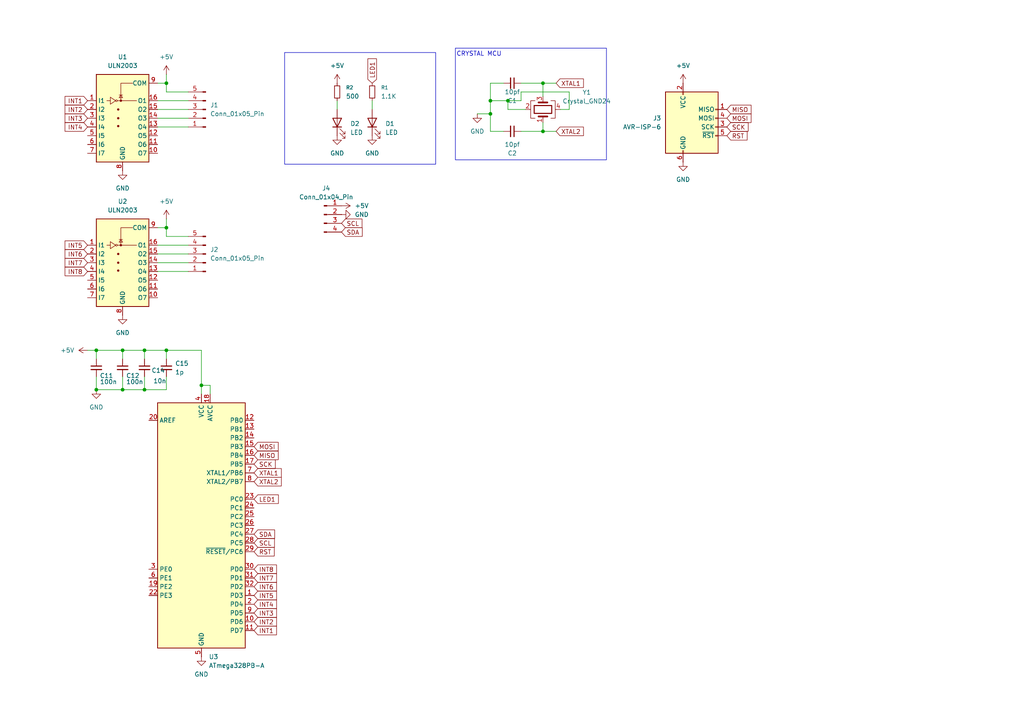
<source format=kicad_sch>
(kicad_sch (version 20250114) (generator "eeschema") (generator_version "9.0")
  (paper "A4")
  (lib_symbols
    (symbol "Connector:AVR-ISP-6" (pin_names (offset 1.016))
      (property "Reference" "J" (at -6.35 11.43 0))
      (property "Value" "AVR-ISP-6" (at 0 11.43 0))
      (symbol "AVR-ISP-6_0_1"
        (rectangle (start -2.667 10.16) (end -2.413 9.398))
        (rectangle (start -2.667 -6.858) (end -2.413 -7.62))
        (rectangle (start 7.62 10.16) (end -7.62 -7.62) (stroke (width 0.254)) (fill (type background)))
        (rectangle (start 7.62 5.207) (end 6.858 4.953))
        (rectangle (start 7.62 2.667) (end 6.858 2.413))
        (rectangle (start 7.62 0.127) (end 6.858 -0.127))
        (rectangle (start 7.62 -2.413) (end 6.858 -2.667))
      )
      (symbol "AVR-ISP-6_1_1"
        (pin passive line (at -2.54 12.7 270) (length 2.54) (name "VCC") (number "2"))
        (pin passive line (at -2.54 -10.16 90) (length 2.54) (name "GND") (number "6"))
        (pin passive line (at 10.16 5.08 180) (length 2.54) (name "MISO") (number "1"))
        (pin passive line (at 10.16 2.54 180) (length 2.54) (name "MOSI") (number "4"))
        (pin passive line (at 10.16 0 180) (length 2.54) (name "SCK") (number "3"))
        (pin passive line (at 10.16 -2.54 180) (length 2.54) (name "~{RST}") (number "5"))
      )
    )
    (symbol "Connector:Conn_01x04_Pin" (pin_names (offset 1.016) (hide yes))
      (property "Reference" "J" (at 0 5.08 0))
      (property "Value" "Conn_01x04_Pin" (at 0 -7.62 0))
      (symbol "Conn_01x04_Pin_1_1"
        (rectangle (start 0.8636 2.667) (end 0 2.413) (stroke (width 0.1524)) (fill (type outline)))
        (rectangle (start 0.8636 0.127) (end 0 -0.127) (stroke (width 0.1524)) (fill (type outline)))
        (rectangle (start 0.8636 -2.413) (end 0 -2.667) (stroke (width 0.1524)) (fill (type outline)))
        (rectangle (start 0.8636 -4.953) (end 0 -5.207) (stroke (width 0.1524)) (fill (type outline)))
        (polyline (pts (xy 1.27 2.54) (xy 0.8636 2.54)) (stroke (width 0.1524)))
        (polyline (pts (xy 1.27 0) (xy 0.8636 0)) (stroke (width 0.1524)))
        (polyline (pts (xy 1.27 -2.54) (xy 0.8636 -2.54)) (stroke (width 0.1524)))
        (polyline (pts (xy 1.27 -5.08) (xy 0.8636 -5.08)) (stroke (width 0.1524)))
        (pin passive line (at 5.08 2.54 180) (length 3.81) (name "Pin_1") (number "1"))
        (pin passive line (at 5.08 0 180) (length 3.81) (name "Pin_2") (number "2"))
        (pin passive line (at 5.08 -2.54 180) (length 3.81) (name "Pin_3") (number "3"))
        (pin passive line (at 5.08 -5.08 180) (length 3.81) (name "Pin_4") (number "4"))
      )
    )
    (symbol "Connector:Conn_01x05_Pin" (pin_names (offset 1.016) (hide yes))
      (property "Reference" "J" (at 0 7.62 0))
      (property "Value" "Conn_01x05_Pin" (at 0 -7.62 0))
      (symbol "Conn_01x05_Pin_1_1"
        (rectangle (start 0.8636 5.207) (end 0 4.953) (stroke (width 0.1524)) (fill (type outline)))
        (rectangle (start 0.8636 2.667) (end 0 2.413) (stroke (width 0.1524)) (fill (type outline)))
        (rectangle (start 0.8636 0.127) (end 0 -0.127) (stroke (width 0.1524)) (fill (type outline)))
        (rectangle (start 0.8636 -2.413) (end 0 -2.667) (stroke (width 0.1524)) (fill (type outline)))
        (rectangle (start 0.8636 -4.953) (end 0 -5.207) (stroke (width 0.1524)) (fill (type outline)))
        (polyline (pts (xy 1.27 5.08) (xy 0.8636 5.08)) (stroke (width 0.1524)))
        (polyline (pts (xy 1.27 2.54) (xy 0.8636 2.54)) (stroke (width 0.1524)))
        (polyline (pts (xy 1.27 0) (xy 0.8636 0)) (stroke (width 0.1524)))
        (polyline (pts (xy 1.27 -2.54) (xy 0.8636 -2.54)) (stroke (width 0.1524)))
        (polyline (pts (xy 1.27 -5.08) (xy 0.8636 -5.08)) (stroke (width 0.1524)))
        (pin passive line (at 5.08 5.08 180) (length 3.81) (name "Pin_1") (number "1"))
        (pin passive line (at 5.08 2.54 180) (length 3.81) (name "Pin_2") (number "2"))
        (pin passive line (at 5.08 0 180) (length 3.81) (name "Pin_3") (number "3"))
        (pin passive line (at 5.08 -2.54 180) (length 3.81) (name "Pin_4") (number "4"))
        (pin passive line (at 5.08 -5.08 180) (length 3.81) (name "Pin_5") (number "5"))
      )
    )
    (symbol "Device:C_Small" (pin_numbers (hide yes)) (pin_names (offset 0.254) (hide yes))
      (property "Reference" "C" (at 0.254 1.778 0))
      (property "Value" "C_Small" (at 0.254 -2.032 0))
      (symbol "C_Small_0_1"
        (polyline (pts (xy -1.524 0.508) (xy 1.524 0.508)) (stroke (width 0.3048)))
        (polyline (pts (xy -1.524 -0.508) (xy 1.524 -0.508)) (stroke (width 0.3302)))
      )
      (symbol "C_Small_1_1"
        (pin passive line (at 0 2.54 270) (length 2.032) (name "~") (number "1"))
        (pin passive line (at 0 -2.54 90) (length 2.032) (name "~") (number "2"))
      )
    )
    (symbol "Device:Crystal_GND24" (pin_names (offset 1.016) (hide yes))
      (property "Reference" "Y" (at 3.175 5.08 0))
      (property "Value" "Crystal_GND24" (at 3.175 3.175 0))
      (symbol "Crystal_GND24_0_1"
        (polyline (pts (xy -2.54 2.286) (xy -2.54 3.556) (xy 2.54 3.556) (xy 2.54 2.286)))
        (polyline (pts (xy -2.54 0) (xy -2.032 0)))
        (polyline (pts (xy -2.54 -2.286) (xy -2.54 -3.556) (xy 2.54 -3.556) (xy 2.54 -2.286)))
        (polyline (pts (xy -2.032 -1.27) (xy -2.032 1.27)) (stroke (width 0.508)))
        (rectangle (start -1.143 2.54) (end 1.143 -2.54) (stroke (width 0.3048)))
        (polyline (pts (xy 0 3.556) (xy 0 3.81)))
        (polyline (pts (xy 0 -3.81) (xy 0 -3.556)))
        (polyline (pts (xy 2.032 0) (xy 2.54 0)))
        (polyline (pts (xy 2.032 -1.27) (xy 2.032 1.27)) (stroke (width 0.508)))
      )
      (symbol "Crystal_GND24_1_1"
        (pin passive line (at -3.81 0 0) (length 1.27) (name "1") (number "1"))
        (pin passive line (at 0 5.08 270) (length 1.27) (name "2") (number "2"))
        (pin passive line (at 0 -5.08 90) (length 1.27) (name "4") (number "4"))
        (pin passive line (at 3.81 0 180) (length 1.27) (name "3") (number "3"))
      )
    )
    (symbol "Device:LED" (pin_numbers (hide yes)) (pin_names (offset 1.016) (hide yes))
      (property "Reference" "D" (at 0 2.54 0))
      (property "Value" "LED" (at 0 -2.54 0))
      (symbol "LED_0_1"
        (polyline (pts (xy -3.048 -0.762) (xy -4.572 -2.286) (xy -3.81 -2.286) (xy -4.572 -2.286) (xy -4.572 -1.524)))
        (polyline (pts (xy -1.778 -0.762) (xy -3.302 -2.286) (xy -2.54 -2.286) (xy -3.302 -2.286) (xy -3.302 -1.524)))
        (polyline (pts (xy -1.27 0) (xy 1.27 0)))
        (polyline (pts (xy -1.27 -1.27) (xy -1.27 1.27)) (stroke (width 0.254)))
        (polyline (pts (xy 1.27 -1.27) (xy 1.27 1.27) (xy -1.27 0) (xy 1.27 -1.27)) (stroke (width 0.254)))
      )
      (symbol "LED_1_1"
        (pin passive line (at -3.81 0 0) (length 2.54) (name "K") (number "1"))
        (pin passive line (at 3.81 0 180) (length 2.54) (name "A") (number "2"))
      )
    )
    (symbol "Device:R_Small" (pin_numbers (hide yes)) (pin_names (offset 0.254) (hide yes))
      (property "Reference" "R" (at 0 0 90))
      (property "Value" "R_Small" (at 1.778 0 90))
      (symbol "R_Small_0_1"
        (rectangle (start -0.762 1.778) (end 0.762 -1.778) (stroke (width 0.2032)))
      )
      (symbol "R_Small_1_1"
        (pin passive line (at 0 2.54 270) (length 0.762) (name "~") (number "1"))
        (pin passive line (at 0 -2.54 90) (length 0.762) (name "~") (number "2"))
      )
    )
    (symbol "MCU_Microchip_ATmega:ATmega328PB-A"
      (property "Reference" "U" (at -12.7 36.83 0))
      (property "Value" "ATmega328PB-A" (at 2.54 -36.83 0))
      (symbol "ATmega328PB-A_0_1"
        (rectangle (start -12.7 -35.56) (end 12.7 35.56) (stroke (width 0.254)) (fill (type background)))
      )
      (symbol "ATmega328PB-A_1_1"
        (pin passive line (at -15.24 30.48 0) (length 2.54) (name "AREF") (number "20"))
        (pin bidirectional line (at -15.24 -12.7 0) (length 2.54) (name "PE0") (number "3"))
        (pin bidirectional line (at -15.24 -15.24 0) (length 2.54) (name "PE1") (number "6"))
        (pin bidirectional line (at -15.24 -17.78 0) (length 2.54) (name "PE2") (number "19"))
        (pin bidirectional line (at -15.24 -20.32 0) (length 2.54) (name "PE3") (number "22"))
        (pin power_in line (at 0 38.1 270) (length 2.54) (name "VCC") (number "4"))
        (pin passive line (at 0 -38.1 90) (length 2.54) (hide yes) (name "GND") (number "21"))
        (pin power_in line (at 0 -38.1 90) (length 2.54) (name "GND") (number "5"))
        (pin power_in line (at 2.54 38.1 270) (length 2.54) (name "AVCC") (number "18"))
        (pin bidirectional line (at 15.24 30.48 180) (length 2.54) (name "PB0") (number "12"))
        (pin bidirectional line (at 15.24 27.94 180) (length 2.54) (name "PB1") (number "13"))
        (pin bidirectional line (at 15.24 25.4 180) (length 2.54) (name "PB2") (number "14"))
        (pin bidirectional line (at 15.24 22.86 180) (length 2.54) (name "PB3") (number "15"))
        (pin bidirectional line (at 15.24 20.32 180) (length 2.54) (name "PB4") (number "16"))
        (pin bidirectional line (at 15.24 17.78 180) (length 2.54) (name "PB5") (number "17"))
        (pin bidirectional line (at 15.24 15.24 180) (length 2.54) (name "XTAL1/PB6") (number "7"))
        (pin bidirectional line (at 15.24 12.7 180) (length 2.54) (name "XTAL2/PB7") (number "8"))
        (pin bidirectional line (at 15.24 7.62 180) (length 2.54) (name "PC0") (number "23"))
        (pin bidirectional line (at 15.24 5.08 180) (length 2.54) (name "PC1") (number "24"))
        (pin bidirectional line (at 15.24 2.54 180) (length 2.54) (name "PC2") (number "25"))
        (pin bidirectional line (at 15.24 0 180) (length 2.54) (name "PC3") (number "26"))
        (pin bidirectional line (at 15.24 -2.54 180) (length 2.54) (name "PC4") (number "27"))
        (pin bidirectional line (at 15.24 -5.08 180) (length 2.54) (name "PC5") (number "28"))
        (pin bidirectional line (at 15.24 -7.62 180) (length 2.54) (name "~{RESET}/PC6") (number "29"))
        (pin bidirectional line (at 15.24 -12.7 180) (length 2.54) (name "PD0") (number "30"))
        (pin bidirectional line (at 15.24 -15.24 180) (length 2.54) (name "PD1") (number "31"))
        (pin bidirectional line (at 15.24 -17.78 180) (length 2.54) (name "PD2") (number "32"))
        (pin bidirectional line (at 15.24 -20.32 180) (length 2.54) (name "PD3") (number "1"))
        (pin bidirectional line (at 15.24 -22.86 180) (length 2.54) (name "PD4") (number "2"))
        (pin bidirectional line (at 15.24 -25.4 180) (length 2.54) (name "PD5") (number "9"))
        (pin bidirectional line (at 15.24 -27.94 180) (length 2.54) (name "PD6") (number "10"))
        (pin bidirectional line (at 15.24 -30.48 180) (length 2.54) (name "PD7") (number "11"))
      )
    )
    (symbol "Transistor_Array:ULN2003"
      (property "Reference" "U" (at 0 15.875 0))
      (property "Value" "ULN2003" (at 0 13.97 0))
      (symbol "ULN2003_0_1"
        (rectangle (start -7.62 -12.7) (end 7.62 12.7) (stroke (width 0.254)) (fill (type background)))
        (polyline (pts (xy -4.572 5.08) (xy -3.556 5.08)))
        (polyline (pts (xy -3.556 6.096) (xy -3.556 4.064) (xy -2.032 5.08) (xy -3.556 6.096)))
        (circle (center -1.778 5.08) (radius 0.254))
        (polyline (pts (xy -1.524 5.08) (xy 4.064 5.08)))
        (circle (center -1.27 2.54) (radius 0.254) (fill (type outline)))
        (circle (center -1.27 0) (radius 0.254) (fill (type outline)))
        (circle (center -1.27 -2.286) (radius 0.254) (fill (type outline)))
        (circle (center -0.508 5.08) (radius 0.254) (fill (type outline)))
        (polyline (pts (xy -0.508 5.08) (xy -0.508 10.16) (xy 2.921 10.16)))
        (polyline (pts (xy 0 6.731) (xy -1.016 6.731)))
        (polyline (pts (xy 0 5.969) (xy -1.016 5.969) (xy -0.508 6.731) (xy 0 5.969)))
      )
      (symbol "ULN2003_1_1"
        (pin input line (at -10.16 5.08 0) (length 2.54) (name "I1") (number "1"))
        (pin input line (at -10.16 2.54 0) (length 2.54) (name "I2") (number "2"))
        (pin input line (at -10.16 0 0) (length 2.54) (name "I3") (number "3"))
        (pin input line (at -10.16 -2.54 0) (length 2.54) (name "I4") (number "4"))
        (pin input line (at -10.16 -5.08 0) (length 2.54) (name "I5") (number "5"))
        (pin input line (at -10.16 -7.62 0) (length 2.54) (name "I6") (number "6"))
        (pin input line (at -10.16 -10.16 0) (length 2.54) (name "I7") (number "7"))
        (pin power_in line (at 0 -15.24 90) (length 2.54) (name "GND") (number "8"))
        (pin passive line (at 10.16 10.16 180) (length 2.54) (name "COM") (number "9"))
        (pin open_collector line (at 10.16 5.08 180) (length 2.54) (name "O1") (number "16"))
        (pin open_collector line (at 10.16 2.54 180) (length 2.54) (name "O2") (number "15"))
        (pin open_collector line (at 10.16 0 180) (length 2.54) (name "O3") (number "14"))
        (pin open_collector line (at 10.16 -2.54 180) (length 2.54) (name "O4") (number "13"))
        (pin open_collector line (at 10.16 -5.08 180) (length 2.54) (name "O5") (number "12"))
        (pin open_collector line (at 10.16 -7.62 180) (length 2.54) (name "O6") (number "11"))
        (pin open_collector line (at 10.16 -10.16 180) (length 2.54) (name "O7") (number "10"))
      )
    )
    (symbol "power:+5V" (power) (pin_numbers (hide yes)) (pin_names (offset 0) (hide yes))
      (property "Value" "+5V" (at 0 3.556 0))
      (symbol "+5V_0_1"
        (polyline (pts (xy -0.762 1.27) (xy 0 2.54)))
        (polyline (pts (xy 0 2.54) (xy 0.762 1.27)))
        (polyline (pts (xy 0 0) (xy 0 2.54)))
      )
      (symbol "+5V_1_1"
        (pin power_in line (at 0 0 90) (length 0) (name "~") (number "1"))
      )
    )
    (symbol "power:GND" (power) (pin_numbers (hide yes)) (pin_names (offset 0) (hide yes))
      (property "Value" "GND" (at 0 -3.81 0))
      (symbol "GND_0_1"
        (polyline (pts (xy 0 0) (xy 0 -1.27) (xy 1.27 -1.27) (xy 0 -2.54) (xy -1.27 -1.27) (xy 0 -1.27)))
      )
      (symbol "GND_1_1"
        (pin power_in line (at 0 0 270) (length 0) (name "~") (number "1"))
      )
    )
  )
  (rectangle (start 82.55 15.24) (end 126.365 47.625))
  (rectangle (start 132.08 13.97) (end 175.895 46.355))
  (text "CRYSTAL MCU" (at 138.938 15.748 0) (effects (font (size 1.27 1.27))))
  (junction (at 35.56 113.03))
  (junction (at 41.91 113.03))
  (junction (at 27.94 113.03))
  (junction (at 147.32 29.21))
  (junction (at 27.94 101.6))
  (junction (at 157.48 24.13))
  (junction (at 48.26 101.6))
  (junction (at 48.26 66.04))
  (junction (at 157.48 38.1))
  (junction (at 41.91 101.6))
  (junction (at 142.24 33.02))
  (junction (at 35.56 101.6))
  (junction (at 58.42 111.76))
  (junction (at 142.24 29.21))
  (junction (at 48.26 24.13))
  (wire (pts (xy 45.72 36.83) (xy 54.61 36.83)))
  (wire (pts (xy 25.4 101.6) (xy 27.94 101.6)))
  (wire (pts (xy 147.32 29.21) (xy 142.24 29.21)))
  (wire (pts (xy 45.72 66.04) (xy 48.26 66.04)))
  (wire (pts (xy 165.1 31.75) (xy 165.1 26.67)))
  (wire (pts (xy 54.61 68.58) (xy 48.26 68.58)))
  (wire (pts (xy 48.26 101.6) (xy 48.26 104.14)))
  (wire (pts (xy 27.94 109.22) (xy 27.94 113.03)))
  (wire (pts (xy 48.26 21.59) (xy 48.26 24.13)))
  (wire (pts (xy 35.56 101.6) (xy 41.91 101.6)))
  (wire (pts (xy 147.32 31.75) (xy 147.32 29.21)))
  (wire (pts (xy 35.56 101.6) (xy 35.56 104.14)))
  (wire (pts (xy 45.72 76.2) (xy 54.61 76.2)))
  (wire (pts (xy 97.79 29.21) (xy 97.79 31.75)))
  (wire (pts (xy 45.72 73.66) (xy 54.61 73.66)))
  (wire (pts (xy 152.4 31.75) (xy 147.32 31.75)))
  (wire (pts (xy 151.13 29.21) (xy 147.32 29.21)))
  (wire (pts (xy 48.26 109.22) (xy 48.26 113.03)))
  (wire (pts (xy 165.1 26.67) (xy 151.13 26.67)))
  (wire (pts (xy 41.91 109.22) (xy 41.91 113.03)))
  (wire (pts (xy 146.05 38.1) (xy 142.24 38.1)))
  (wire (pts (xy 48.26 24.13) (xy 48.26 26.67)))
  (wire (pts (xy 35.56 113.03) (xy 41.91 113.03)))
  (wire (pts (xy 157.48 24.13) (xy 161.29 24.13)))
  (wire (pts (xy 162.56 31.75) (xy 165.1 31.75)))
  (wire (pts (xy 142.24 24.13) (xy 146.05 24.13)))
  (wire (pts (xy 151.13 38.1) (xy 157.48 38.1)))
  (wire (pts (xy 157.48 24.13) (xy 157.48 27.94)))
  (wire (pts (xy 45.72 78.74) (xy 54.61 78.74)))
  (wire (pts (xy 60.96 111.76) (xy 60.96 114.3)))
  (wire (pts (xy 27.94 101.6) (xy 27.94 104.14)))
  (wire (pts (xy 107.95 29.21) (xy 107.95 31.75)))
  (wire (pts (xy 45.72 31.75) (xy 54.61 31.75)))
  (wire (pts (xy 27.94 101.6) (xy 35.56 101.6)))
  (wire (pts (xy 45.72 24.13) (xy 48.26 24.13)))
  (wire (pts (xy 27.94 113.03) (xy 35.56 113.03)))
  (wire (pts (xy 41.91 101.6) (xy 48.26 101.6)))
  (wire (pts (xy 58.42 111.76) (xy 58.42 101.6)))
  (wire (pts (xy 151.13 26.67) (xy 151.13 29.21)))
  (wire (pts (xy 58.42 111.76) (xy 60.96 111.76)))
  (wire (pts (xy 58.42 114.3) (xy 58.42 111.76)))
  (wire (pts (xy 142.24 24.13) (xy 142.24 29.21)))
  (wire (pts (xy 54.61 26.67) (xy 48.26 26.67)))
  (wire (pts (xy 157.48 38.1) (xy 161.29 38.1)))
  (wire (pts (xy 142.24 38.1) (xy 142.24 33.02)))
  (wire (pts (xy 45.72 71.12) (xy 54.61 71.12)))
  (wire (pts (xy 35.56 109.22) (xy 35.56 113.03)))
  (wire (pts (xy 142.24 29.21) (xy 142.24 33.02)))
  (wire (pts (xy 48.26 66.04) (xy 48.26 68.58)))
  (wire (pts (xy 41.91 113.03) (xy 48.26 113.03)))
  (wire (pts (xy 142.24 33.02) (xy 138.43 33.02)))
  (wire (pts (xy 45.72 29.21) (xy 54.61 29.21)))
  (wire (pts (xy 151.13 24.13) (xy 157.48 24.13)))
  (wire (pts (xy 157.48 35.56) (xy 157.48 38.1)))
  (wire (pts (xy 48.26 63.5) (xy 48.26 66.04)))
  (wire (pts (xy 41.91 101.6) (xy 41.91 104.14)))
  (wire (pts (xy 45.72 34.29) (xy 54.61 34.29)))
  (wire (pts (xy 48.26 101.6) (xy 58.42 101.6)))
  (global_label "MISO" (shape input) (at 73.66 132.08 0) (property "Intersheetrefs" "${INTERSHEET_REFS}" (effects (hide yes))))
  (global_label "INT8" (shape input) (at 73.66 165.1 0) (property "Intersheetrefs" "${INTERSHEET_REFS}" (effects (hide yes))))
  (global_label "LED1" (shape input) (at 73.66 144.78 0) (property "Intersheetrefs" "${INTERSHEET_REFS}" (effects (hide yes))))
  (global_label "SCK" (shape input) (at 73.66 134.62 0) (property "Intersheetrefs" "${INTERSHEET_REFS}" (effects (hide yes))))
  (global_label "INT7" (shape input) (at 25.4 76.2 180) (property "Intersheetrefs" "${INTERSHEET_REFS}" (effects (hide yes))))
  (global_label "INT4" (shape input) (at 73.66 175.26 0) (property "Intersheetrefs" "${INTERSHEET_REFS}" (effects (hide yes))))
  (global_label "INT4" (shape input) (at 25.4 36.83 180) (property "Intersheetrefs" "${INTERSHEET_REFS}" (effects (hide yes))))
  (global_label "XTAL2" (shape input) (at 161.29 38.1 0) (property "Intersheetrefs" "${INTERSHEET_REFS}" (effects (hide yes))))
  (global_label "INT1" (shape input) (at 25.4 29.21 180) (property "Intersheetrefs" "${INTERSHEET_REFS}" (effects (hide yes))))
  (global_label "MISO" (shape input) (at 210.82 31.75 0) (property "Intersheetrefs" "${INTERSHEET_REFS}" (effects (hide yes))))
  (global_label "XTAL2" (shape input) (at 73.66 139.7 0) (property "Intersheetrefs" "${INTERSHEET_REFS}" (effects (hide yes))))
  (global_label "SDA" (shape input) (at 99.06 67.31 0) (property "Intersheetrefs" "${INTERSHEET_REFS}" (effects (hide yes))))
  (global_label "INT3" (shape input) (at 73.66 177.8 0) (property "Intersheetrefs" "${INTERSHEET_REFS}" (effects (hide yes))))
  (global_label "INT3" (shape input) (at 25.4 34.29 180) (property "Intersheetrefs" "${INTERSHEET_REFS}" (effects (hide yes))))
  (global_label "INT5" (shape input) (at 73.66 172.72 0) (property "Intersheetrefs" "${INTERSHEET_REFS}" (effects (hide yes))))
  (global_label "XTAL1" (shape input) (at 161.29 24.13 0) (property "Intersheetrefs" "${INTERSHEET_REFS}" (effects (hide yes))))
  (global_label "LED1" (shape input) (at 107.95 24.13 90) (property "Intersheetrefs" "${INTERSHEET_REFS}" (effects (hide yes))))
  (global_label "INT2" (shape input) (at 73.66 180.34 0) (property "Intersheetrefs" "${INTERSHEET_REFS}" (effects (hide yes))))
  (global_label "RST" (shape input) (at 73.66 160.02 0) (property "Intersheetrefs" "${INTERSHEET_REFS}" (effects (hide yes))))
  (global_label "SCK" (shape input) (at 210.82 36.83 0) (property "Intersheetrefs" "${INTERSHEET_REFS}" (effects (hide yes))))
  (global_label "XTAL1" (shape input) (at 73.66 137.16 0) (property "Intersheetrefs" "${INTERSHEET_REFS}" (effects (hide yes))))
  (global_label "SCL" (shape input) (at 99.06 64.77 0) (property "Intersheetrefs" "${INTERSHEET_REFS}" (effects (hide yes))))
  (global_label "MOSI" (shape input) (at 210.82 34.29 0) (property "Intersheetrefs" "${INTERSHEET_REFS}" (effects (hide yes))))
  (global_label "RST" (shape input) (at 210.82 39.37 0) (property "Intersheetrefs" "${INTERSHEET_REFS}" (effects (hide yes))))
  (global_label "SCL" (shape input) (at 73.66 157.48 0) (property "Intersheetrefs" "${INTERSHEET_REFS}" (effects (hide yes))))
  (global_label "MOSI" (shape input) (at 73.66 129.54 0) (property "Intersheetrefs" "${INTERSHEET_REFS}" (effects (hide yes))))
  (global_label "INT6" (shape input) (at 73.66 170.18 0) (property "Intersheetrefs" "${INTERSHEET_REFS}" (effects (hide yes))))
  (global_label "INT2" (shape input) (at 25.4 31.75 180) (property "Intersheetrefs" "${INTERSHEET_REFS}" (effects (hide yes))))
  (global_label "INT5" (shape input) (at 25.4 71.12 180) (property "Intersheetrefs" "${INTERSHEET_REFS}" (effects (hide yes))))
  (global_label "SDA" (shape input) (at 73.66 154.94 0) (property "Intersheetrefs" "${INTERSHEET_REFS}" (effects (hide yes))))
  (global_label "INT6" (shape input) (at 25.4 73.66 180) (property "Intersheetrefs" "${INTERSHEET_REFS}" (effects (hide yes))))
  (global_label "INT8" (shape input) (at 25.4 78.74 180) (property "Intersheetrefs" "${INTERSHEET_REFS}" (effects (hide yes))))
  (global_label "INT1" (shape input) (at 73.66 182.88 0) (property "Intersheetrefs" "${INTERSHEET_REFS}" (effects (hide yes))))
  (global_label "INT7" (shape input) (at 73.66 167.64 0) (property "Intersheetrefs" "${INTERSHEET_REFS}" (effects (hide yes))))
  (symbol (lib_id "Transistor_Array:ULN2003") (at 35.56 34.29 0) (unit 1)
    (property "Reference" "U1" (at 35.56 16.51 0))
    (property "Value" "ULN2003" (at 35.56 19.05 0))
    (property "Footprint" "Package_SO:SOIC-16_3.9x9.9mm_P1.27mm" (effects (hide yes)))
    (property "Datasheet" "http://www.ti.com/lit/ds/symlink/uln2003a.pdf" (effects (hide yes)))
    (property "Description" "High Voltage, High Current Darlington Transistor Arrays, SOIC16/SOIC16W/DIP16/TSSOP16" (effects (hide yes)))
  )
  (symbol (lib_id "power:+5V") (at 25.4 101.6 90) (unit 1)
    (property "Reference" "#PWR07" (effects (hide yes)))
    (property "Value" "+5V" (at 21.59 101.5999 90) (effects (justify left)))
    (property "Description" "Power symbol creates a global label with name \"+5V\"" (effects (hide yes)))
  )
  (symbol (lib_id "Connector:Conn_01x05_Pin") (at 59.69 73.66 180) (unit 1)
    (property "Reference" "J2" (at 60.96 72.3899 0) (effects (justify right)))
    (property "Value" "Conn_01x05_Pin" (at 60.96 74.9299 0) (effects (justify right)))
    (property "Footprint" "Connector_JST:JST_XH_B5B-XH-A_1x05_P2.50mm_Vertical" (effects (hide yes)))
    (property "Description" "Generic connector, single row, 01x05, script generated" (effects (hide yes)))
  )
  (symbol (lib_id "MCU_Microchip_ATmega:ATmega328PB-A") (at 58.42 152.4 0) (unit 1)
    (property "Reference" "U3" (at 60.5633 190.5 0) (effects (justify left)))
    (property "Value" "ATmega328PB-A" (at 60.5633 193.04 0) (effects (justify left)))
    (property "Footprint" "Package_QFP:TQFP-32_7x7mm_P0.8mm" (effects (hide yes)))
    (property "Datasheet" "http://ww1.microchip.com/downloads/en/DeviceDoc/40001906C.pdf" (effects (hide yes)))
    (property "Description" "20MHz, 32kB Flash, 2kB SRAM, 1kB EEPROM, TQFP-32" (effects (hide yes)))
  )
  (symbol (lib_id "power:+5V") (at 48.26 63.5 0) (unit 1)
    (property "Reference" "#PWR04" (effects (hide yes)))
    (property "Value" "+5V" (at 48.26 58.42 0))
    (property "Description" "Power symbol creates a global label with name \"+5V\"" (effects (hide yes)))
  )
  (symbol (lib_id "Device:C_Small") (at 148.59 38.1 270) (unit 1)
    (property "Reference" "C2" (at 148.5837 44.45 90))
    (property "Value" "10pf" (at 148.5837 41.91 90))
    (property "Footprint" "Capacitor_SMD:C_0603_1608Metric" (effects (hide yes)))
    (property "LCSC" "C106245" (effects (hide yes)))
  )
  (symbol (lib_id "power:GND") (at 58.42 190.5 0) (unit 1)
    (property "Reference" "#PWR06" (effects (hide yes)))
    (property "Value" "GND" (at 58.42 195.58 0))
    (property "Description" "Power symbol creates a global label with name \"GND\" , ground" (effects (hide yes)))
  )
  (symbol (lib_id "Device:C_Small") (at 48.26 106.68 0) (unit 1)
    (property "Reference" "C15" (at 50.8 105.4162 0) (effects (justify left)))
    (property "Value" "1p" (at 50.8 107.9562 0) (effects (justify left)))
    (property "Footprint" "Capacitor_SMD:C_0603_1608Metric" (effects (hide yes)))
    (property "Description" "Unpolarized capacitor, small symbol" (effects (hide yes)))
  )
  (symbol (lib_id "Device:Crystal_GND24") (at 157.48 31.75 90) (unit 1)
    (property "Reference" "Y1" (at 170.18 26.7968 90))
    (property "Value" "Crystal_GND24" (at 170.18 29.3368 90))
    (property "Footprint" "Crystal:Crystal_SMD_3225-4Pin_3.2x2.5mm" (effects (hide yes)))
    (property "Description" "Four pin crystal, GND on pins 2 and 4" (effects (hide yes)))
  )
  (symbol (lib_id "power:+5V") (at 99.06 59.69 270) (unit 1)
    (property "Reference" "#PWR013" (effects (hide yes)))
    (property "Value" "+5V" (at 102.87 59.6899 90) (effects (justify left)))
    (property "Description" "Power symbol creates a global label with name \"+5V\"" (effects (hide yes)))
  )
  (symbol (lib_id "power:GND") (at 35.56 49.53 0) (unit 1)
    (property "Reference" "#PWR02" (effects (hide yes)))
    (property "Value" "GND" (at 35.56 54.61 0))
    (property "Description" "Power symbol creates a global label with name \"GND\" , ground" (effects (hide yes)))
  )
  (symbol (lib_id "power:GND") (at 107.95 39.37 0) (unit 1)
    (property "Reference" "#PWR010" (effects (hide yes)))
    (property "Value" "GND" (at 107.95 44.45 0))
    (property "Description" "Power symbol creates a global label with name \"GND\" , ground" (effects (hide yes)))
  )
  (symbol (lib_id "power:GND") (at 198.12 46.99 0) (unit 1)
    (property "Reference" "#PWR017" (effects (hide yes)))
    (property "Value" "GND" (at 198.12 52.07 0))
  )
  (symbol (lib_id "power:GND") (at 99.06 62.23 90) (unit 1)
    (property "Reference" "#PWR012" (effects (hide yes)))
    (property "Value" "GND" (at 102.87 62.2299 90) (effects (justify right)))
    (property "Description" "Power symbol creates a global label with name \"GND\" , ground" (effects (hide yes)))
  )
  (symbol (lib_id "power:GND") (at 138.43 33.02 0) (unit 1)
    (property "Reference" "#PWR096" (effects (hide yes)))
    (property "Value" "GND" (at 138.43 38.1 0))
  )
  (symbol (lib_id "Device:R_Small") (at 107.95 26.67 0) (unit 1)
    (property "Reference" "R1" (at 110.49 25.3999 0) (effects (font (size 1.016 1.016)) (justify left)))
    (property "Value" "1.1K" (at 110.49 27.9399 0) (effects (justify left)))
    (property "Footprint" "Resistor_SMD:R_0603_1608Metric" (effects (hide yes)))
    (property "Description" "Resistor, small symbol" (effects (hide yes)))
  )
  (symbol (lib_id "power:+5V") (at 48.26 21.59 0) (unit 1)
    (property "Reference" "#PWR03" (effects (hide yes)))
    (property "Value" "+5V" (at 48.26 16.51 0))
    (property "Description" "Power symbol creates a global label with name \"+5V\"" (effects (hide yes)))
  )
  (symbol (lib_id "Connector:Conn_01x05_Pin") (at 59.69 31.75 180) (unit 1)
    (property "Reference" "J1" (at 60.96 30.4799 0) (effects (justify right)))
    (property "Value" "Conn_01x05_Pin" (at 60.96 33.0199 0) (effects (justify right)))
    (property "Footprint" "Connector_JST:JST_XH_B5B-XH-A_1x05_P2.50mm_Vertical" (effects (hide yes)))
    (property "Description" "Generic connector, single row, 01x05, script generated" (effects (hide yes)))
  )
  (symbol (lib_id "power:GND") (at 97.79 39.37 0) (unit 1)
    (property "Reference" "#PWR011" (effects (hide yes)))
    (property "Value" "GND" (at 97.79 44.45 0))
    (property "Description" "Power symbol creates a global label with name \"GND\" , ground" (effects (hide yes)))
  )
  (symbol (lib_id "Transistor_Array:ULN2003") (at 35.56 76.2 0) (unit 1)
    (property "Reference" "U2" (at 35.56 58.42 0))
    (property "Value" "ULN2003" (at 35.56 60.96 0))
    (property "Footprint" "Package_SO:SOIC-16_3.9x9.9mm_P1.27mm" (effects (hide yes)))
    (property "Datasheet" "http://www.ti.com/lit/ds/symlink/uln2003a.pdf" (effects (hide yes)))
    (property "Description" "High Voltage, High Current Darlington Transistor Arrays, SOIC16/SOIC16W/DIP16/TSSOP16" (effects (hide yes)))
  )
  (symbol (lib_id "Connector:Conn_01x04_Pin") (at 93.98 62.23 0) (unit 1)
    (property "Reference" "J4" (at 94.615 54.61 0))
    (property "Value" "Conn_01x04_Pin" (at 94.615 57.15 0))
    (property "Footprint" "Connector_JST:JST_SH_BM04B-SRSS-TB_1x04-1MP_P1.00mm_Vertical" (effects (hide yes)))
    (property "Description" "Generic connector, single row, 01x04, script generated" (effects (hide yes)))
  )
  (symbol (lib_id "power:+5V") (at 97.79 24.13 0) (unit 1)
    (property "Reference" "#PWR08" (effects (hide yes)))
    (property "Value" "+5V" (at 97.79 19.05 0))
    (property "Description" "Power symbol creates a global label with name \"+5V\"" (effects (hide yes)))
  )
  (symbol (lib_id "Device:C_Small") (at 41.91 106.68 0) (unit 1)
    (property "Reference" "C14" (at 43.942 107.442 0) (effects (justify left)))
    (property "Value" "10n" (at 44.45 110.49 0) (effects (justify left)))
    (property "Footprint" "Capacitor_SMD:C_0603_1608Metric" (effects (hide yes)))
    (property "Description" "Unpolarized capacitor, small symbol" (effects (hide yes)))
  )
  (symbol (lib_id "Connector:AVR-ISP-6") (at 200.66 36.83 0) (unit 1)
    (property "Reference" "J3" (at 191.77 34.2899 0) (effects (justify right)))
    (property "Value" "AVR-ISP-6" (at 191.77 36.8299 0) (effects (justify right)))
    (property "Footprint" "Connector_PinHeader_2.54mm:PinHeader_2x03_P2.54mm_Vertical" (effects (hide yes)))
    (property "Description" "Atmel 6-pin ISP connector" (effects (hide yes)))
  )
  (symbol (lib_id "Device:C_Small") (at 148.59 24.13 270) (unit 1)
    (property "Reference" "C1" (at 148.59 29.21 90))
    (property "Value" "10pf" (at 148.59 26.67 90))
    (property "Footprint" "Capacitor_SMD:C_0603_1608Metric" (effects (hide yes)))
    (property "LCSC" "C106245" (effects (hide yes)))
  )
  (symbol (lib_id "Device:R_Small") (at 97.79 26.67 0) (unit 1)
    (property "Reference" "R2" (at 100.33 25.3999 0) (effects (font (size 1.016 1.016)) (justify left)))
    (property "Value" "500" (at 100.33 27.9399 0) (effects (justify left)))
    (property "Footprint" "Resistor_SMD:R_0603_1608Metric" (effects (hide yes)))
    (property "Description" "Resistor, small symbol" (effects (hide yes)))
  )
  (symbol (lib_id "Device:C_Small") (at 27.94 106.68 0) (unit 1)
    (property "Reference" "C11" (at 28.956 108.966 0) (effects (justify left)))
    (property "Value" "100n" (at 28.956 110.744 0) (effects (justify left)))
    (property "Footprint" "Capacitor_SMD:C_0603_1608Metric" (effects (hide yes)))
    (property "Description" "Unpolarized capacitor, small symbol" (effects (hide yes)))
  )
  (symbol (lib_id "power:+5V") (at 198.12 24.13 0) (unit 1)
    (property "Reference" "#PWR09" (effects (hide yes)))
    (property "Value" "+5V" (at 198.12 19.05 0))
    (property "Description" "Power symbol creates a global label with name \"+5V\"" (effects (hide yes)))
  )
  (symbol (lib_id "power:GND") (at 35.56 91.44 0) (unit 1)
    (property "Reference" "#PWR01" (effects (hide yes)))
    (property "Value" "GND" (at 35.56 96.52 0))
    (property "Description" "Power symbol creates a global label with name \"GND\" , ground" (effects (hide yes)))
  )
  (symbol (lib_id "Device:LED") (at 107.95 35.56 90) (unit 1)
    (property "Reference" "D1" (at 111.76 35.8774 90) (effects (justify right)))
    (property "Value" "LED" (at 111.76 38.4174 90) (effects (justify right)))
    (property "Footprint" "LED_SMD:LED_0603_1608Metric" (effects (hide yes)))
    (property "Description" "Light emitting diode" (effects (hide yes)))
    (property "Sim.Pins" "1=K 2=A" (effects (hide yes)))
  )
  (symbol (lib_id "Device:C_Small") (at 35.56 106.68 0) (unit 1)
    (property "Reference" "C12" (at 36.576 108.966 0) (effects (justify left)))
    (property "Value" "100n" (at 36.576 110.744 0) (effects (justify left)))
    (property "Footprint" "Capacitor_SMD:C_0603_1608Metric" (effects (hide yes)))
    (property "Description" "Unpolarized capacitor, small symbol" (effects (hide yes)))
  )
  (symbol (lib_id "power:GND") (at 27.94 113.03 0) (unit 1)
    (property "Reference" "#PWR05" (effects (hide yes)))
    (property "Value" "GND" (at 27.94 118.11 0))
    (property "Description" "Power symbol creates a global label with name \"GND\" , ground" (effects (hide yes)))
  )
  (symbol (lib_id "Device:LED") (at 97.79 35.56 90) (unit 1)
    (property "Reference" "D2" (at 101.6 35.8774 90) (effects (justify right)))
    (property "Value" "LED" (at 101.6 38.4174 90) (effects (justify right)))
    (property "Footprint" "LED_SMD:LED_0603_1608Metric" (effects (hide yes)))
    (property "Description" "Light emitting diode" (effects (hide yes)))
    (property "Sim.Pins" "1=K 2=A" (effects (hide yes)))
  )
)
</source>
